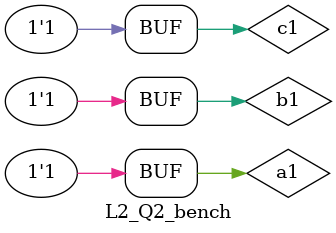
<source format=v>
module L2_Q2_half(input a,b, output y1,y2);  //half subtractor
xor(y1,a,b);
and(y2,~a,b);
endmodule

//full subtractor
module L2_Q2(input a,b,c, output y1,y2);
wire y3,y4,y5;
L2_Q2_half x(a,b,y3,y4);
L2_Q2_half n(c,y3,y1,y5);
or(y2,y4,y5);
endmodule


//testbench
module L2_Q2_bench();
reg a1,b1,c1; 
wire ya,yb; 
L2_Q2 dut1 (.a(a1),.b(b1),.c(c1),.y1(ya),.y2(yb));
initial  
begin
	      a1=1'b0;b1=1'b0;c1=1'b0;  
#100    a1=1'b0;b1=1'b0;c1=1'b1;  
#100    a1=1'b0;b1=1'b1;c1=1'b0; 
#100    a1=1'b0;b1=1'b1;c1=1'b1;
#100    a1=1'b1;b1=1'b0;c1=1'b0;
#100    a1=1'b1;b1=1'b0;c1=1'b1;
#100    a1=1'b1;b1=1'b1;c1=1'b0;
#100    a1=1'b1;b1=1'b1;c1=1'b1;   
end
endmodule

</source>
